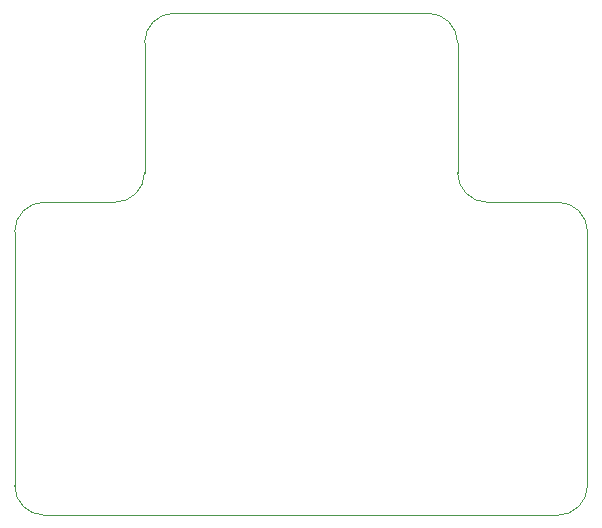
<source format=gbr>
%TF.GenerationSoftware,KiCad,Pcbnew,8.0.1*%
%TF.CreationDate,2024-04-21T22:45:41+02:00*%
%TF.ProjectId,PowerSubsystem2.0,506f7765-7253-4756-9273-797374656d32,v2*%
%TF.SameCoordinates,Original*%
%TF.FileFunction,Profile,NP*%
%FSLAX46Y46*%
G04 Gerber Fmt 4.6, Leading zero omitted, Abs format (unit mm)*
G04 Created by KiCad (PCBNEW 8.0.1) date 2024-04-21 22:45:41*
%MOMM*%
%LPD*%
G01*
G04 APERTURE LIST*
%TA.AperFunction,Profile*%
%ADD10C,0.050000*%
%TD*%
G04 APERTURE END LIST*
D10*
X152000000Y-92000000D02*
G75*
G02*
X149500000Y-94500000I-2500000J0D01*
G01*
X106000000Y-94500000D02*
G75*
G02*
X103500000Y-92000000I0J2500000D01*
G01*
X103500000Y-70500000D02*
G75*
G02*
X106000000Y-68000000I2500000J0D01*
G01*
X143500000Y-68000000D02*
X149500000Y-68000000D01*
X149500000Y-68000000D02*
G75*
G02*
X152000000Y-70500000I0J-2500000D01*
G01*
X152000000Y-92000000D02*
X152000000Y-70500000D01*
X106000000Y-94500000D02*
X149500000Y-94500000D01*
X103500000Y-70500000D02*
X103500000Y-92000000D01*
X112000000Y-68000000D02*
X106000000Y-68000000D01*
X114500000Y-65500000D02*
G75*
G02*
X112000000Y-68000000I-2500000J0D01*
G01*
X141000000Y-65500000D02*
X141000000Y-54500000D01*
X143500000Y-68000000D02*
G75*
G02*
X141000000Y-65500000I0J2500000D01*
G01*
X138500000Y-52000000D02*
G75*
G02*
X141000000Y-54500000I0J-2500000D01*
G01*
X114500000Y-54500000D02*
G75*
G02*
X117000000Y-52000000I2500000J0D01*
G01*
X114500000Y-54500000D02*
X114500000Y-65500000D01*
X138500000Y-52000000D02*
X117000000Y-52000000D01*
M02*

</source>
